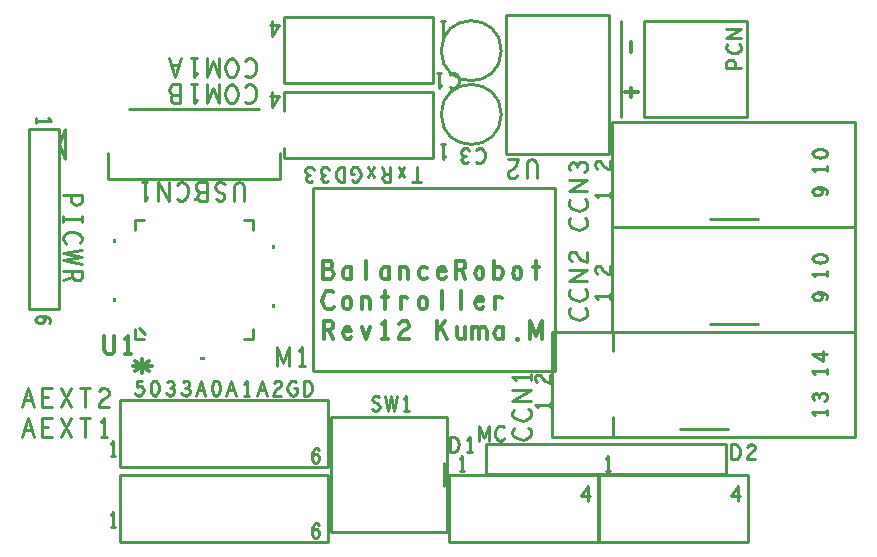
<source format=gto>
G04 ================== begin FILE IDENTIFICATION RECORD ==================*
G04 Layout Name:  C:/HOME/KUMAGAI/DEVELOP/ORCAD/BALANCECONT_R12/allegro/BalanceCont.brd*
G04 Film Name:    GB_BalanceCont.GTO*
G04 File Format:  Gerber RS274X*
G04 File Origin:  Cadence Allegro 16.6-S014*
G04 Origin Date:  Thu Feb 25 10:40:31 2016*
G04 *
G04 Layer:  USER PART NUMBER/SILKSCREEN_TOP*
G04 Layer:  TOLERANCE/SILKSCREEN_TOP*
G04 Layer:  REF DES/SILKSCREEN_TOP*
G04 Layer:  PACKAGE GEOMETRY/SILKSCREEN_TOP*
G04 Layer:  DEVICE TYPE/SILKSCREEN_TOP*
G04 Layer:  COMPONENT VALUE/SILKSCREEN_TOP*
G04 Layer:  BOARD GEOMETRY/SILKSCREEN_TOP*
G04 *
G04 Offset:    (0.0000 0.0000)*
G04 Mirror:    No*
G04 Mode:      Positive*
G04 Rotation:  0*
G04 FullContactRelief:  No*
G04 UndefLineWidth:     0.0000*
G04 ================== end FILE IDENTIFICATION RECORD ====================*
%FSLAX25Y25*MOMM*%
%IR0*IPPOS*OFA0.00000B0.00000*MIA0B0*SFA1.00000B1.00000*%
%ADD10C,.305*%
%ADD11C,.254*%
G75*
%LPD*%
G75*
G36*
G01X-2692910Y-194060D02*
X-2718310D01*
Y-155960D01*
X-2692910D01*
Y-194060D01*
G37*
G36*
G01Y306070D02*
X-2718310D01*
Y344170D01*
X-2692910D01*
Y306070D01*
G37*
G36*
G01X-1976120Y-686310D02*
X-1938020D01*
Y-660910D01*
X-1976120D01*
Y-686310D01*
G37*
G36*
G01X-2026160Y686310D02*
X-1988060D01*
Y660910D01*
X-2026160D01*
Y686310D01*
G37*
G36*
G01X-1371090Y-244090D02*
X-1345690D01*
Y-205990D01*
X-1371090D01*
Y-244090D01*
G37*
G36*
G01Y256030D02*
X-1345690D01*
Y294130D01*
X-1371090D01*
Y256030D01*
G37*
G54D10*
G01X-2407670Y-774020D02*
X-2525010Y-686480D01*
G01X-2546350Y-730250D02*
X-2386330D01*
G01X-2407670Y-686480D02*
X-2525010Y-774020D01*
G01X-2466340Y-789940D02*
Y-670560D01*
G01X-2790780Y-474980D02*
Y-589660D01*
X-2782830Y-613670D01*
X-2766910Y-629670D01*
X-2747010Y-635000D01*
X-2727110Y-629670D01*
X-2711190Y-613670D01*
X-2703240Y-589660D01*
Y-474980D01*
G01X-2586990Y-635000D02*
Y-474980D01*
X-2610870Y-506980D01*
G01Y-635000D02*
X-2563120D01*
G01X-849040Y-107320D02*
X-860980Y-99310D01*
X-874900Y-93980D01*
X-890820D01*
X-908730Y-101980D01*
X-922650Y-115320D01*
X-932600Y-131320D01*
X-940560Y-157990D01*
X-942550Y-181990D01*
X-938570Y-205990D01*
X-932600Y-222000D01*
X-920660Y-238000D01*
X-906740Y-248670D01*
X-892810Y-254000D01*
X-878880D01*
X-864960Y-248670D01*
X-853020Y-240670D01*
X-843070Y-230000D01*
G01X-732790Y-254000D02*
X-744730Y-251330D01*
X-756670Y-240670D01*
X-764630Y-222000D01*
X-768610Y-200660D01*
X-764630Y-179330D01*
X-756670Y-160660D01*
X-744730Y-149990D01*
X-732790Y-147320D01*
X-720850Y-149990D01*
X-708910Y-160660D01*
X-700960Y-179330D01*
X-698960Y-200660D01*
X-700960Y-222000D01*
X-708910Y-240670D01*
X-720850Y-251330D01*
X-732790Y-254000D01*
G01X-606600D02*
Y-147320D01*
G01Y-173990D02*
X-598640Y-160660D01*
X-586700Y-149990D01*
X-570780Y-147320D01*
X-556850Y-149990D01*
X-544920Y-160660D01*
X-538940Y-179330D01*
Y-254000D01*
G01X-412750Y-93980D02*
Y-254000D01*
G01X-440600Y-147320D02*
X-384900D01*
G01X-280580Y-254000D02*
Y-147320D01*
G01Y-168650D02*
X-270640Y-157990D01*
X-260690Y-149990D01*
X-246760Y-147320D01*
X-236810Y-149990D01*
X-224880Y-157990D01*
G01X-92710Y-254000D02*
X-104650Y-251330D01*
X-116590Y-240670D01*
X-124550Y-222000D01*
X-128530Y-200660D01*
X-124550Y-179330D01*
X-116590Y-160660D01*
X-104650Y-149990D01*
X-92710Y-147320D01*
X-80770Y-149990D01*
X-68830Y-160660D01*
X-60880Y-179330D01*
X-58880Y-200660D01*
X-60880Y-222000D01*
X-68830Y-240670D01*
X-80770Y-251330D01*
X-92710Y-254000D01*
G01X67310D02*
Y-93980D01*
G01X227330Y-254000D02*
Y-93980D01*
G01X357510Y-181990D02*
X421180D01*
X415200Y-163320D01*
X405260Y-152660D01*
X391330Y-147320D01*
X377400Y-149990D01*
X365460Y-157990D01*
X357510Y-176660D01*
X353520Y-192660D01*
Y-208660D01*
X357510Y-224660D01*
X367450Y-240670D01*
X379390Y-251330D01*
X393320Y-254000D01*
X407250Y-248670D01*
X421180Y-232670D01*
G01X519520Y-254000D02*
Y-147320D01*
G01Y-168650D02*
X529460Y-157990D01*
X539410Y-149990D01*
X553340Y-147320D01*
X563290Y-149990D01*
X575220Y-157990D01*
G01X-932600Y-508000D02*
Y-347980D01*
X-882860D01*
X-866940Y-355980D01*
X-856990Y-366650D01*
X-853020Y-387990D01*
X-856990Y-409320D01*
X-868930Y-422650D01*
X-882860Y-430660D01*
X-932600D01*
G01X-882860D02*
X-853020Y-508000D01*
G01X-762630Y-435990D02*
X-698960D01*
X-704940Y-417320D01*
X-714880Y-406660D01*
X-728810Y-401320D01*
X-742740Y-403990D01*
X-754680Y-411990D01*
X-762630Y-430660D01*
X-766620Y-446660D01*
Y-462660D01*
X-762630Y-478660D01*
X-752690Y-494670D01*
X-740750Y-505330D01*
X-726820Y-508000D01*
X-712890Y-502670D01*
X-698960Y-486670D01*
G01X-608590Y-401320D02*
X-572770Y-508000D01*
X-536950Y-401320D01*
G01X-412750Y-508000D02*
Y-347980D01*
X-436630Y-379980D01*
G01Y-508000D02*
X-388880D01*
G01X-290530Y-374650D02*
X-278600Y-358650D01*
X-264670Y-350650D01*
X-248750Y-347980D01*
X-228850Y-353310D01*
X-214930Y-366650D01*
X-210950Y-382650D01*
X-212940Y-398660D01*
X-220900Y-411990D01*
X-260690Y-438660D01*
X-278600Y-457330D01*
X-290530Y-484000D01*
X-294510Y-508000D01*
X-210950D01*
G01X23540D02*
Y-347980D01*
G01X99140D02*
X23540Y-446660D01*
G01X111080Y-508000D02*
X57360Y-401320D01*
G01X193500D02*
Y-476000D01*
X201460Y-494670D01*
X213400Y-505330D01*
X227330Y-508000D01*
X241260Y-505330D01*
X253200Y-494670D01*
X261160Y-476000D01*
G01Y-508000D02*
Y-401320D01*
G01X327660Y-508000D02*
Y-401320D01*
G01Y-430660D02*
X333630Y-417320D01*
X343580Y-406660D01*
X357510Y-401320D01*
X371430Y-406660D01*
X381380Y-417320D01*
X387350Y-430660D01*
Y-508000D01*
G01Y-430660D02*
X393320Y-417320D01*
X403270Y-406660D01*
X417190Y-401320D01*
X431120Y-406660D01*
X441070Y-417320D01*
X447040Y-433330D01*
Y-508000D01*
G01X583190D02*
Y-401320D01*
G01Y-419990D02*
X575220Y-409320D01*
X563290Y-403990D01*
X549360Y-401320D01*
X535430Y-406660D01*
X523490Y-417320D01*
X515530Y-433330D01*
X511550Y-454660D01*
X515530Y-476000D01*
X523490Y-492000D01*
X535430Y-502670D01*
X549360Y-508000D01*
X563290Y-505330D01*
X575220Y-497330D01*
X583190Y-486670D01*
G01X707390Y-513330D02*
X703410Y-510670D01*
Y-505330D01*
X707390Y-502670D01*
X711370Y-505330D01*
Y-510670D01*
X707390Y-513330D01*
G01X815680Y-508000D02*
Y-347980D01*
X867410Y-481330D01*
X919140Y-347980D01*
Y-508000D01*
G01X-876890Y85350D02*
X-868930Y93340D01*
X-862970Y106680D01*
X-858980Y125350D01*
X-862970Y141350D01*
X-870920Y152020D01*
X-884850Y160020D01*
X-938570D01*
Y0D01*
X-872910D01*
X-858980Y10670D01*
X-851030Y26670D01*
X-847050Y45340D01*
X-851030Y64000D01*
X-862970Y80010D01*
X-876890Y85350D01*
X-938570D01*
G01X-696970Y0D02*
Y106680D01*
G01Y88010D02*
X-704940Y98680D01*
X-716870Y104010D01*
X-730800Y106680D01*
X-744730Y101340D01*
X-756670Y90680D01*
X-764630Y74670D01*
X-768610Y53340D01*
X-764630Y32000D01*
X-756670Y16000D01*
X-744730Y5330D01*
X-730800Y0D01*
X-716870Y2670D01*
X-704940Y10670D01*
X-696970Y21330D01*
G01X-572770Y0D02*
Y160020D01*
G01X-376930Y0D02*
Y106680D01*
G01Y88010D02*
X-384900Y98680D01*
X-396830Y104010D01*
X-410760Y106680D01*
X-424690Y101340D01*
X-436630Y90680D01*
X-444590Y74670D01*
X-448570Y53340D01*
X-444590Y32000D01*
X-436630Y16000D01*
X-424690Y5330D01*
X-410760Y0D01*
X-396830Y2670D01*
X-384900Y10670D01*
X-376930Y21330D01*
G01X-286560Y0D02*
Y106680D01*
G01Y80010D02*
X-278600Y93340D01*
X-266660Y104010D01*
X-250740Y106680D01*
X-236810Y104010D01*
X-224880Y93340D01*
X-218900Y74670D01*
Y0D01*
G01X-60880Y93340D02*
X-74800Y104010D01*
X-86740Y106680D01*
X-102660Y101340D01*
X-114600Y90680D01*
X-122550Y72010D01*
X-124550Y53340D01*
X-122550Y34670D01*
X-114600Y18670D01*
X-102660Y5330D01*
X-86740Y0D01*
X-72810Y5330D01*
X-60880Y16000D01*
G01X37470Y72010D02*
X101140D01*
X95160Y90680D01*
X85220Y101340D01*
X71290Y106680D01*
X57360Y104010D01*
X45420Y96010D01*
X37470Y77340D01*
X33480Y61340D01*
Y45340D01*
X37470Y29340D01*
X47410Y13330D01*
X59350Y2670D01*
X73280Y0D01*
X87210Y5330D01*
X101140Y21330D01*
G01X187540Y0D02*
Y160020D01*
X237280D01*
X253200Y152020D01*
X263150Y141350D01*
X267120Y120010D01*
X263150Y98680D01*
X251210Y85350D01*
X237280Y77340D01*
X187540D01*
G01X237280D02*
X267120Y0D01*
G01X387350D02*
X375410Y2670D01*
X363470Y13330D01*
X355510Y32000D01*
X351530Y53340D01*
X355510Y74670D01*
X363470Y93340D01*
X375410Y104010D01*
X387350Y106680D01*
X399290Y104010D01*
X411230Y93340D01*
X419180Y74670D01*
X421180Y53340D01*
X419180Y32000D01*
X411230Y13330D01*
X399290Y2670D01*
X387350Y0D01*
G01X511550D02*
Y160020D01*
G01Y80010D02*
X521500Y96010D01*
X533440Y104010D01*
X545380Y106680D01*
X563290Y101340D01*
X575220Y90680D01*
X583190Y72010D01*
Y50670D01*
X579200Y29340D01*
X571250Y13330D01*
X557320Y2670D01*
X545380Y0D01*
X533440Y2670D01*
X521500Y10670D01*
X511550Y24000D01*
G01X707390Y0D02*
X695450Y2670D01*
X683510Y13330D01*
X675550Y32000D01*
X671570Y53340D01*
X675550Y74670D01*
X683510Y93340D01*
X695450Y104010D01*
X707390Y106680D01*
X719330Y104010D01*
X731270Y93340D01*
X739220Y74670D01*
X741220Y53340D01*
X739220Y32000D01*
X731270Y13330D01*
X719330Y2670D01*
X707390Y0D01*
G01X867410Y160020D02*
Y0D01*
G01X839560Y106680D02*
X895260D01*
G01X1672160Y1622430D02*
Y1546230D01*
G01X1727200Y1587500D02*
X1617130D01*
G01X1672160Y2009770D02*
Y1927230D01*
G54D11*
G01X-3482550Y-1079500D02*
X-3432810Y-919480D01*
X-3383070Y-1079500D01*
G01X-3400980Y-1023500D02*
X-3464650D01*
G01X-3233000Y-1079500D02*
X-3312580D01*
Y-919480D01*
X-3233000D01*
G01X-3264830Y-996820D02*
X-3312580D01*
G01X-3154550Y-1079500D02*
X-3070990Y-919480D01*
G01X-3154550D02*
X-3070990Y-1079500D01*
G01X-2952750Y-919480D02*
Y-1079500D01*
G01X-2998510Y-919480D02*
X-2906990D01*
G01X-2830530Y-946150D02*
X-2818600Y-930150D01*
X-2804670Y-922150D01*
X-2788750Y-919480D01*
X-2768850Y-924810D01*
X-2754930Y-938150D01*
X-2750950Y-954150D01*
X-2752940Y-970160D01*
X-2760900Y-983490D01*
X-2800690Y-1010160D01*
X-2818600Y-1028830D01*
X-2830530Y-1055500D01*
X-2834510Y-1079500D01*
X-2750950D01*
G01X-3482550Y-1333500D02*
X-3432810Y-1173480D01*
X-3383070Y-1333500D01*
G01X-3400980Y-1277500D02*
X-3464650D01*
G01X-3233000Y-1333500D02*
X-3312580D01*
Y-1173480D01*
X-3233000D01*
G01X-3264830Y-1250820D02*
X-3312580D01*
G01X-3154550Y-1333500D02*
X-3070990Y-1173480D01*
G01X-3154550D02*
X-3070990Y-1333500D01*
G01X-2952750Y-1173480D02*
Y-1333500D01*
G01X-2998510Y-1173480D02*
X-2906990D01*
G01X-2792730Y-1333500D02*
Y-1173480D01*
X-2816610Y-1205480D01*
G01Y-1333500D02*
X-2768860D01*
G01X-3320210Y-309690D02*
X-3305390Y-320960D01*
X-3296920Y-330610D01*
X-3292690Y-343480D01*
X-3296920Y-354740D01*
X-3305390Y-362780D01*
X-3318090Y-369220D01*
X-3332900Y-370830D01*
X-3345610Y-369220D01*
X-3358310Y-362780D01*
X-3368890Y-353130D01*
X-3373120Y-341870D01*
X-3368890Y-329000D01*
X-3356190Y-317740D01*
X-3337140Y-311300D01*
X-3315970Y-309690D01*
X-3288460Y-312910D01*
X-3273630Y-317740D01*
X-3258820Y-325780D01*
X-3248240Y-337040D01*
X-3246120Y-348300D01*
X-3250350Y-359560D01*
X-3260940Y-367610D01*
G01X-3429000Y1270000D02*
Y-254000D01*
X-3175000D01*
Y1270000D01*
X-3429000D01*
G01X-3139440Y713100D02*
X-2979420D01*
Y665350D01*
X-2987420Y649430D01*
X-3006090Y637490D01*
X-3027430Y633520D01*
X-3048760Y637490D01*
X-3064770Y647440D01*
X-3072770Y665350D01*
Y713100D01*
G01X-2979420Y537170D02*
Y489420D01*
G01Y513290D02*
X-3139440D01*
G01Y537170D02*
Y489420D01*
G01X-2992760Y309500D02*
X-2984750Y321440D01*
X-2979420Y335360D01*
Y351280D01*
X-2987420Y369190D01*
X-3000760Y383110D01*
X-3016760Y393060D01*
X-3043430Y401020D01*
X-3067430Y403010D01*
X-3091430Y399030D01*
X-3107440Y393060D01*
X-3123440Y381120D01*
X-3134110Y367200D01*
X-3139440Y353270D01*
Y339340D01*
X-3134110Y325420D01*
X-3126110Y313480D01*
X-3115440Y303530D01*
G01X-2979420Y252940D02*
X-3139440Y225090D01*
X-2979420Y193250D01*
X-3139440Y161420D01*
X-2979420Y133560D01*
G01X-3139440Y73020D02*
X-2979420D01*
Y23280D01*
X-2987420Y7360D01*
X-2998090Y-2590D01*
X-3019430Y-6560D01*
X-3040760Y-2590D01*
X-3054090Y9350D01*
X-3062100Y23280D01*
Y73020D01*
G01Y23280D02*
X-3139440Y-6560D01*
G01X-3368040Y1344740D02*
X-3241040D01*
X-3266440Y1364040D01*
G01X-3368040D02*
Y1325440D01*
G01X-3122000Y1016000D02*
X-3175000Y1143000D01*
X-3122000Y1270000D01*
Y1016000D01*
G01X-2713990Y-2095500D02*
Y-1968500D01*
X-2733290Y-1993900D01*
G01Y-2095500D02*
X-2694690D01*
G01X-2658000Y-2225000D02*
X-898000D01*
Y-1660000D01*
X-2658000D01*
Y-2225000D01*
G01X-2527130Y-965200D02*
X-2517480Y-975790D01*
X-2506220Y-982130D01*
X-2491740Y-984250D01*
X-2477260Y-980020D01*
X-2466000Y-971550D01*
X-2457960Y-956740D01*
X-2456350Y-939800D01*
X-2459570Y-922870D01*
X-2467610Y-912280D01*
X-2478870Y-903820D01*
X-2490130Y-901700D01*
X-2501390Y-903820D01*
X-2515870Y-912280D01*
X-2511040Y-857250D01*
X-2467610D01*
G01X-2362200D02*
X-2375070Y-861480D01*
X-2384720Y-872070D01*
X-2391160Y-884760D01*
X-2395980Y-901700D01*
X-2397590Y-920750D01*
X-2395980Y-939800D01*
X-2391160Y-956740D01*
X-2384720Y-969440D01*
X-2375070Y-980020D01*
X-2362200Y-984250D01*
X-2349330Y-980020D01*
X-2339680Y-969440D01*
X-2333240Y-956740D01*
X-2328420Y-939800D01*
X-2326810Y-920750D01*
X-2328420Y-901700D01*
X-2333240Y-884760D01*
X-2339680Y-872070D01*
X-2349330Y-861480D01*
X-2362200Y-857250D01*
G01X-2268050Y-958850D02*
X-2258400Y-973670D01*
X-2245530Y-982130D01*
X-2231050Y-984250D01*
X-2218180Y-982130D01*
X-2205310Y-971550D01*
X-2197270Y-958850D01*
X-2195660Y-946150D01*
X-2198880Y-931340D01*
X-2210140Y-920750D01*
X-2221400Y-916520D01*
X-2235880D01*
G01X-2221400D02*
X-2211750Y-910170D01*
X-2203700Y-899590D01*
X-2200490Y-886880D01*
X-2203700Y-874180D01*
X-2211750Y-863600D01*
X-2226230Y-857250D01*
X-2240700Y-859370D01*
X-2255180Y-867830D01*
G01X-2138510Y-958850D02*
X-2128860Y-973670D01*
X-2115990Y-982130D01*
X-2101510Y-984250D01*
X-2088640Y-982130D01*
X-2075770Y-971550D01*
X-2067730Y-958850D01*
X-2066120Y-946150D01*
X-2069340Y-931340D01*
X-2080600Y-920750D01*
X-2091860Y-916520D01*
X-2106340D01*
G01X-2091860D02*
X-2082210Y-910170D01*
X-2074160Y-899590D01*
X-2070950Y-886880D01*
X-2074160Y-874180D01*
X-2082210Y-863600D01*
X-2096690Y-857250D01*
X-2111160Y-859370D01*
X-2125640Y-867830D01*
G01X-2013800Y-984250D02*
X-1973580Y-857250D01*
X-1933360Y-984250D01*
G01X-1947840Y-939800D02*
X-1999320D01*
G01X-1844040Y-857250D02*
X-1856910Y-861480D01*
X-1866560Y-872070D01*
X-1873000Y-884760D01*
X-1877820Y-901700D01*
X-1879430Y-920750D01*
X-1877820Y-939800D01*
X-1873000Y-956740D01*
X-1866560Y-969440D01*
X-1856910Y-980020D01*
X-1844040Y-984250D01*
X-1831170Y-980020D01*
X-1821520Y-969440D01*
X-1815080Y-956740D01*
X-1810260Y-939800D01*
X-1808650Y-920750D01*
X-1810260Y-901700D01*
X-1815080Y-884760D01*
X-1821520Y-872070D01*
X-1831170Y-861480D01*
X-1844040Y-857250D01*
G01X-1754720Y-984250D02*
X-1714500Y-857250D01*
X-1674280Y-984250D01*
G01X-1688760Y-939800D02*
X-1740240D01*
G01X-1584960Y-984250D02*
Y-857250D01*
X-1604260Y-882650D01*
G01Y-984250D02*
X-1565660D01*
G01X-1495640D02*
X-1455420Y-857250D01*
X-1415200Y-984250D01*
G01X-1429680Y-939800D02*
X-1481160D01*
G01X-1356450Y-878420D02*
X-1346790Y-865720D01*
X-1335530Y-859370D01*
X-1322660Y-857250D01*
X-1306580Y-861480D01*
X-1295310Y-872070D01*
X-1292100Y-884760D01*
X-1293710Y-897470D01*
X-1300140Y-908050D01*
X-1332310Y-929220D01*
X-1346790Y-944030D01*
X-1356450Y-965200D01*
X-1359660Y-984250D01*
X-1292100D01*
G01X-1186690Y-920750D02*
X-1154510D01*
Y-958850D01*
X-1164170Y-971550D01*
X-1175430Y-980020D01*
X-1191510Y-984250D01*
X-1207600Y-980020D01*
X-1218860Y-971550D01*
X-1228510Y-958850D01*
X-1234950Y-944030D01*
X-1238170Y-927100D01*
Y-912280D01*
X-1234950Y-899590D01*
X-1228510Y-884760D01*
X-1218860Y-872070D01*
X-1209210Y-863600D01*
X-1196340Y-857250D01*
X-1185080D01*
X-1172210Y-861480D01*
X-1162560Y-869950D01*
G01X-1102190Y-984250D02*
Y-857250D01*
X-1070020D01*
X-1057150Y-863600D01*
X-1047500Y-872070D01*
X-1039450Y-884760D01*
X-1033020Y-899590D01*
X-1031410Y-920750D01*
X-1033020Y-941920D01*
X-1039450Y-956740D01*
X-1047500Y-969440D01*
X-1057150Y-977900D01*
X-1070020Y-984250D01*
X-1102190D01*
G01X-2713990Y-1492250D02*
Y-1365250D01*
X-2733290Y-1390650D01*
G01Y-1492250D02*
X-2694690D01*
G01X-2658000Y-1590000D02*
X-898000D01*
Y-1025000D01*
X-2658000D01*
Y-1590000D01*
G01X-2441450Y-463550D02*
X-2495550Y-409450D01*
G01X-2532130Y-421890D02*
Y-500130D01*
X-2453890D01*
G01X-1603420Y665480D02*
Y780160D01*
X-1611370Y804170D01*
X-1627290Y820170D01*
X-1647190Y825500D01*
X-1667090Y820170D01*
X-1683010Y804170D01*
X-1690960Y780160D01*
Y665480D01*
G01X-1765430Y804170D02*
X-1781340Y817500D01*
X-1799250Y825500D01*
X-1815170D01*
X-1831090Y817500D01*
X-1843030Y804170D01*
X-1848990Y785490D01*
X-1845010Y766830D01*
X-1835060Y750830D01*
X-1817160Y740150D01*
X-1793280Y734820D01*
X-1779360Y724160D01*
X-1773380Y705490D01*
X-1777370Y686820D01*
X-1787310Y673480D01*
X-1801240Y665480D01*
X-1815170D01*
X-1829100Y670810D01*
X-1841040Y684150D01*
G01X-1983150Y740150D02*
X-1991110Y732160D01*
X-1997070Y718820D01*
X-2001060Y700150D01*
X-1997070Y684150D01*
X-1989120Y673480D01*
X-1975190Y665480D01*
X-1921470D01*
Y825500D01*
X-1987130D01*
X-2001060Y814830D01*
X-2009010Y798830D01*
X-2012990Y780160D01*
X-2009010Y761500D01*
X-1997070Y745490D01*
X-1983150Y740150D01*
X-1921470D01*
G01X-2171020Y678820D02*
X-2159080Y670810D01*
X-2145160Y665480D01*
X-2129240D01*
X-2111330Y673480D01*
X-2097410Y686820D01*
X-2087460Y702820D01*
X-2079500Y729490D01*
X-2077510Y753490D01*
X-2081490Y777490D01*
X-2087460Y793500D01*
X-2099400Y809500D01*
X-2113320Y820170D01*
X-2127250Y825500D01*
X-2141180D01*
X-2155100Y820170D01*
X-2167040Y812170D01*
X-2176990Y801500D01*
G01X-2241510Y825500D02*
Y665480D01*
X-2333030Y825500D01*
Y665480D01*
G01X-2447290Y825500D02*
Y665480D01*
X-2423410Y697480D01*
G01Y825500D02*
X-2471160D01*
G01X-2453890Y500130D02*
X-2532130D01*
Y421890D01*
G01X-1302000Y1070000D02*
Y850000D01*
X-2762000D01*
Y1070000D01*
G01X-1482000Y1440000D02*
X-2582000D01*
G01X-1610110Y-500130D02*
X-1531870D01*
Y-421890D01*
G01Y421890D02*
Y500130D01*
X-1610110D01*
G01X-1595710Y1726570D02*
X-1583770Y1718560D01*
X-1569850Y1713230D01*
X-1553930D01*
X-1536020Y1721230D01*
X-1522100Y1734570D01*
X-1512150Y1750570D01*
X-1504190Y1777240D01*
X-1502200Y1801240D01*
X-1506180Y1825240D01*
X-1512150Y1841250D01*
X-1524090Y1857250D01*
X-1538010Y1867920D01*
X-1551940Y1873250D01*
X-1565870D01*
X-1579790Y1867920D01*
X-1591730Y1859920D01*
X-1601680Y1849250D01*
G01X-1711960Y1873250D02*
X-1696040Y1870580D01*
X-1682120Y1859920D01*
X-1670180Y1843910D01*
X-1662220Y1825240D01*
X-1658240Y1803910D01*
Y1782570D01*
X-1662220Y1761240D01*
X-1670180Y1742570D01*
X-1682120Y1726570D01*
X-1696040Y1715900D01*
X-1711960Y1713230D01*
X-1727880Y1715900D01*
X-1741800Y1726570D01*
X-1753740Y1742570D01*
X-1761700Y1761240D01*
X-1765680Y1782570D01*
Y1803910D01*
X-1761700Y1825240D01*
X-1753740Y1843910D01*
X-1741800Y1859920D01*
X-1727880Y1870580D01*
X-1711960Y1873250D01*
G01X-1820250D02*
Y1713230D01*
X-1871980Y1846580D01*
X-1923710Y1713230D01*
Y1873250D01*
G01X-2032000D02*
Y1713230D01*
X-2008120Y1745230D01*
G01Y1873250D02*
X-2055870D01*
G01X-2142280D02*
X-2192020Y1713230D01*
X-2241760Y1873250D01*
G01X-2223850Y1817250D02*
X-2160180D01*
G01X-1595710Y1504320D02*
X-1583770Y1496310D01*
X-1569850Y1490980D01*
X-1553930D01*
X-1536020Y1498980D01*
X-1522100Y1512320D01*
X-1512150Y1528320D01*
X-1504190Y1554990D01*
X-1502200Y1578990D01*
X-1506180Y1602990D01*
X-1512150Y1619000D01*
X-1524090Y1635000D01*
X-1538010Y1645670D01*
X-1551940Y1651000D01*
X-1565870D01*
X-1579790Y1645670D01*
X-1591730Y1637670D01*
X-1601680Y1627000D01*
G01X-1711960Y1651000D02*
X-1696040Y1648330D01*
X-1682120Y1637670D01*
X-1670180Y1621660D01*
X-1662220Y1602990D01*
X-1658240Y1581660D01*
Y1560320D01*
X-1662220Y1538990D01*
X-1670180Y1520320D01*
X-1682120Y1504320D01*
X-1696040Y1493650D01*
X-1711960Y1490980D01*
X-1727880Y1493650D01*
X-1741800Y1504320D01*
X-1753740Y1520320D01*
X-1761700Y1538990D01*
X-1765680Y1560320D01*
Y1581660D01*
X-1761700Y1602990D01*
X-1753740Y1621660D01*
X-1741800Y1637670D01*
X-1727880Y1648330D01*
X-1711960Y1651000D01*
G01X-1820250D02*
Y1490980D01*
X-1871980Y1624330D01*
X-1923710Y1490980D01*
Y1651000D01*
G01X-2032000D02*
Y1490980D01*
X-2008120Y1522980D01*
G01Y1651000D02*
X-2055870D01*
G01X-2207940Y1565650D02*
X-2215900Y1557660D01*
X-2221860Y1544320D01*
X-2225850Y1525650D01*
X-2221860Y1509650D01*
X-2213910Y1498980D01*
X-2199980Y1490980D01*
X-2146260D01*
Y1651000D01*
X-2211920D01*
X-2225850Y1640330D01*
X-2233800Y1624330D01*
X-2237780Y1605660D01*
X-2233800Y1587000D01*
X-2221860Y1570990D01*
X-2207940Y1565650D01*
X-2146260D01*
G01X-1030060Y-2137840D02*
X-1018790Y-2123020D01*
X-1009140Y-2114550D01*
X-996270Y-2110320D01*
X-985010Y-2114550D01*
X-976970Y-2123020D01*
X-970530Y-2135720D01*
X-968920Y-2150530D01*
X-970530Y-2163240D01*
X-976970Y-2175940D01*
X-986620Y-2186520D01*
X-997880Y-2190750D01*
X-1010750Y-2186520D01*
X-1022010Y-2173820D01*
X-1028450Y-2154770D01*
X-1030060Y-2133600D01*
X-1026840Y-2106090D01*
X-1022010Y-2091260D01*
X-1013970Y-2076450D01*
X-1002710Y-2065870D01*
X-991450Y-2063750D01*
X-980190Y-2067980D01*
X-972140Y-2078570D01*
G01X-871000Y-2141000D02*
X109000D01*
Y-1161000D01*
X-871000D01*
Y-2141000D01*
G01X-1030060Y-1502840D02*
X-1018790Y-1488020D01*
X-1009140Y-1479550D01*
X-996270Y-1475320D01*
X-985010Y-1479550D01*
X-976970Y-1488020D01*
X-970530Y-1500720D01*
X-968920Y-1515530D01*
X-970530Y-1528240D01*
X-976970Y-1540940D01*
X-986620Y-1551520D01*
X-997880Y-1555750D01*
X-1010750Y-1551520D01*
X-1022010Y-1538820D01*
X-1028450Y-1519770D01*
X-1030060Y-1498600D01*
X-1026840Y-1471090D01*
X-1022010Y-1456260D01*
X-1013970Y-1441450D01*
X-1002710Y-1430870D01*
X-991450Y-1428750D01*
X-980190Y-1432980D01*
X-972140Y-1443570D01*
G01X-1325540Y-730250D02*
Y-570230D01*
X-1273810Y-703580D01*
X-1222080Y-570230D01*
Y-730250D01*
G01X-1113790D02*
Y-570230D01*
X-1137670Y-602230D01*
G01Y-730250D02*
X-1089920D01*
G01X-1026160Y-772160D02*
X1026160D01*
Y772160D01*
X-1026160D01*
Y-772160D01*
G01X-143510Y825500D02*
Y952500D01*
G01X-106510Y825500D02*
X-180510D01*
G01X-248920Y867840D02*
X-297180Y952500D01*
G01Y867840D02*
X-248920Y952500D01*
G01X-370420D02*
Y825500D01*
X-410630D01*
X-423500Y831850D01*
X-431550Y840320D01*
X-434760Y857250D01*
X-431550Y874180D01*
X-421890Y884770D01*
X-410630Y891120D01*
X-370420D01*
G01X-410630D02*
X-434760Y952500D01*
G01X-508000Y867840D02*
X-556260Y952500D01*
G01Y867840D02*
X-508000Y952500D01*
G01X-671320Y889000D02*
X-703500D01*
Y927100D01*
X-693840Y939800D01*
X-682580Y948270D01*
X-666500Y952500D01*
X-650410Y948270D01*
X-639150Y939800D01*
X-629500Y927100D01*
X-623060Y912280D01*
X-619840Y895350D01*
Y880530D01*
X-623060Y867840D01*
X-629500Y853010D01*
X-639150Y840320D01*
X-648800Y831850D01*
X-661670Y825500D01*
X-672930D01*
X-685800Y829730D01*
X-695450Y838200D01*
G01X-755820Y952500D02*
Y825500D01*
X-787990D01*
X-800860Y831850D01*
X-810510Y840320D01*
X-818560Y853010D01*
X-824990Y867840D01*
X-826600Y889000D01*
X-824990Y910170D01*
X-818560Y924990D01*
X-810510Y937690D01*
X-800860Y946150D01*
X-787990Y952500D01*
X-755820D01*
G01X-885360Y927100D02*
X-895010Y941920D01*
X-907880Y950380D01*
X-922360Y952500D01*
X-935230Y950380D01*
X-948100Y939800D01*
X-956140Y927100D01*
X-957750Y914400D01*
X-954530Y899590D01*
X-943270Y889000D01*
X-932010Y884770D01*
X-917530D01*
G01X-932010D02*
X-941660Y878420D01*
X-949710Y867840D01*
X-952920Y855130D01*
X-949710Y842430D01*
X-941660Y831850D01*
X-927180Y825500D01*
X-912710Y827620D01*
X-898230Y836080D01*
G01X-1014900Y927100D02*
X-1024550Y941920D01*
X-1037420Y950380D01*
X-1051900Y952500D01*
X-1064770Y950380D01*
X-1077640Y939800D01*
X-1085680Y927100D01*
X-1087290Y914400D01*
X-1084070Y899590D01*
X-1072810Y889000D01*
X-1061550Y884770D01*
X-1047070D01*
G01X-1061550D02*
X-1071200Y878420D01*
X-1079250Y867840D01*
X-1082460Y855130D01*
X-1079250Y842430D01*
X-1071200Y831850D01*
X-1056720Y825500D01*
X-1042250Y827620D01*
X-1027770Y836080D01*
G01X-5000Y1590000D02*
X-1265000D01*
Y1428750D01*
G01Y1111250D02*
Y1025000D01*
X-5000D01*
Y1590000D01*
G01X-1369310Y2190750D02*
Y2063750D01*
X-1309790Y2154770D01*
X-1390230D01*
G01X-5000Y2225000D02*
X-1265000D01*
Y1660000D01*
X-5000D01*
Y2225000D01*
G01X-1369310Y1587500D02*
Y1460500D01*
X-1309790Y1551520D01*
X-1390230D01*
G01X-525270Y-1094320D02*
X-512400Y-1104900D01*
X-497920Y-1111250D01*
X-485060D01*
X-472190Y-1104900D01*
X-462530Y-1094320D01*
X-457710Y-1079500D01*
X-460920Y-1064690D01*
X-468970Y-1051980D01*
X-483450Y-1043520D01*
X-502750Y-1039280D01*
X-514010Y-1030820D01*
X-518840Y-1016000D01*
X-515620Y-1001180D01*
X-507580Y-990600D01*
X-496320Y-984250D01*
X-485060D01*
X-473790Y-988480D01*
X-464140Y-999070D01*
G01X-410210Y-984250D02*
X-387690Y-1111250D01*
X-361950Y-984250D01*
X-336210Y-1111250D01*
X-313690Y-984250D01*
G01X-232410Y-1111250D02*
Y-984250D01*
X-251710Y-1009650D01*
G01Y-1111250D02*
X-213110D01*
G01X238760Y-1619250D02*
Y-1492250D01*
X219460Y-1517650D01*
G01Y-1619250D02*
X258060D01*
G01X132000Y-2225000D02*
X1392000D01*
Y-1660000D01*
X132000D01*
Y-2225000D01*
G01X89000Y-1751000D02*
Y-1551000D01*
G01X444500Y-1651000D02*
X2476500D01*
Y-1397000D01*
X444500D01*
Y-1651000D01*
G01X678820Y-1261790D02*
X670810Y-1273730D01*
X665480Y-1287650D01*
Y-1303570D01*
X673480Y-1321480D01*
X686820Y-1335400D01*
X702820Y-1345350D01*
X729490Y-1353310D01*
X753490Y-1355300D01*
X777490Y-1351320D01*
X793500Y-1345350D01*
X809500Y-1333410D01*
X820170Y-1319490D01*
X825500Y-1305560D01*
Y-1291630D01*
X820170Y-1277710D01*
X812170Y-1265770D01*
X801500Y-1255820D01*
G01X678820Y-1101770D02*
X670810Y-1113710D01*
X665480Y-1127630D01*
Y-1143550D01*
X673480Y-1161460D01*
X686820Y-1175380D01*
X702820Y-1185330D01*
X729490Y-1193290D01*
X753490Y-1195280D01*
X777490Y-1191300D01*
X793500Y-1185330D01*
X809500Y-1173390D01*
X820170Y-1159470D01*
X825500Y-1145540D01*
Y-1131610D01*
X820170Y-1117690D01*
X812170Y-1105750D01*
X801500Y-1095800D01*
G01X825500Y-1031280D02*
X665480D01*
X825500Y-939760D01*
X665480D01*
G01X825500Y-825500D02*
X665480D01*
X697480Y-849380D01*
G01X825500D02*
Y-801630D01*
G01X139870Y-1460500D02*
Y-1333500D01*
X172040D01*
X184910Y-1339850D01*
X194560Y-1348320D01*
X202610Y-1361010D01*
X209040Y-1375840D01*
X210650Y-1397000D01*
X209040Y-1418170D01*
X202610Y-1432990D01*
X194560Y-1445690D01*
X184910Y-1454150D01*
X172040Y-1460500D01*
X139870D01*
G01X304800D02*
Y-1333500D01*
X285500Y-1358900D01*
G01Y-1460500D02*
X324100D01*
G01X387430Y-1365250D02*
Y-1238250D01*
X429260Y-1344080D01*
X471090Y-1238250D01*
Y-1365250D01*
G01X594190Y-1248830D02*
X584540Y-1242480D01*
X573280Y-1238250D01*
X560410D01*
X545930Y-1244600D01*
X534670Y-1255180D01*
X526630Y-1267880D01*
X520190Y-1289050D01*
X518580Y-1308100D01*
X521800Y-1327150D01*
X526630Y-1339850D01*
X536280Y-1352550D01*
X547540Y-1361020D01*
X558800Y-1365250D01*
X570060D01*
X581320Y-1361020D01*
X590970Y-1354670D01*
X599020Y-1346200D01*
G01X873080Y855980D02*
Y970660D01*
X865130Y994670D01*
X849210Y1010670D01*
X829310Y1016000D01*
X809410Y1010670D01*
X793490Y994670D01*
X785540Y970660D01*
Y855980D01*
G01X707090Y882650D02*
X695160Y866650D01*
X681230Y858650D01*
X665310Y855980D01*
X645410Y861310D01*
X631490Y874650D01*
X627510Y890650D01*
X629500Y906660D01*
X637460Y919990D01*
X677250Y946660D01*
X695160Y965330D01*
X707090Y992000D01*
X711070Y1016000D01*
X627510D01*
G01X615500Y2241000D02*
Y1061000D01*
X1485500D01*
Y2241000D01*
X615500D01*
G01X360850Y994830D02*
X370500Y988480D01*
X381760Y984250D01*
X394630D01*
X409110Y990600D01*
X420370Y1001180D01*
X428410Y1013880D01*
X434850Y1035050D01*
X436460Y1054100D01*
X433240Y1073150D01*
X428410Y1085850D01*
X418760Y1098550D01*
X407500Y1107020D01*
X396240Y1111250D01*
X384980D01*
X373720Y1107020D01*
X364070Y1100670D01*
X356020Y1092200D01*
G01X302090Y1085850D02*
X292440Y1100670D01*
X279570Y1109130D01*
X265090Y1111250D01*
X252220Y1109130D01*
X239350Y1098550D01*
X231310Y1085850D01*
X229700Y1073150D01*
X232920Y1058340D01*
X244180Y1047750D01*
X255440Y1043520D01*
X269920D01*
G01X255440D02*
X245790Y1037170D01*
X237740Y1026590D01*
X234530Y1013880D01*
X237740Y1001180D01*
X245790Y990600D01*
X260270Y984250D01*
X274740Y986370D01*
X289220Y994830D01*
G01X571500Y1397000D02*
G03I-254000J0D01*
G01X78740Y1143000D02*
Y1016000D01*
X98040Y1041400D01*
G01Y1143000D02*
X59440D01*
G01X138600Y1629830D02*
X148250Y1623480D01*
X159510Y1619250D01*
X172380D01*
X186860Y1625600D01*
X198120Y1636180D01*
X206160Y1648880D01*
X212600Y1670050D01*
X214210Y1689100D01*
X210990Y1708150D01*
X206160Y1720850D01*
X196510Y1733550D01*
X185250Y1742020D01*
X173990Y1746250D01*
X162730D01*
X151470Y1742020D01*
X141820Y1735670D01*
X133770Y1727200D01*
G01X44450Y1746250D02*
Y1619250D01*
X63750Y1644650D01*
G01Y1746250D02*
X25150D01*
G01X571500Y1936750D02*
G03I-254000J0D01*
G01X78740Y2190750D02*
Y2063750D01*
X98040Y2089150D01*
G01Y2190750D02*
X59440D01*
G01X1477010Y-1619250D02*
Y-1492250D01*
X1457710Y-1517650D01*
G01Y-1619250D02*
X1496310D01*
G01X1402000Y-2225000D02*
X2662000D01*
Y-1660000D01*
X1402000D01*
Y-2225000D01*
G01X1305810Y-1873250D02*
Y-1746250D01*
X1246290Y-1837270D01*
X1326730D01*
G01X878420Y-871310D02*
X865720Y-861650D01*
X859370Y-850390D01*
X857250Y-837520D01*
X861480Y-821440D01*
X872070Y-810170D01*
X884760Y-806960D01*
X897470Y-808570D01*
X908050Y-815000D01*
X929220Y-847170D01*
X944030Y-861650D01*
X965200Y-871310D01*
X984250Y-874520D01*
Y-806960D01*
G01Y-1062990D02*
X857250D01*
X882650Y-1082290D01*
G01X984250D02*
Y-1043690D01*
G01X1003300Y-1333500D02*
X3568700D01*
Y-444500D01*
X1003300D01*
Y-1333500D01*
G01X1492250Y-142240D02*
X1365250D01*
X1390650Y-161540D01*
G01X1492250D02*
Y-122940D01*
G01X1155070Y-245790D02*
X1147060Y-257730D01*
X1141730Y-271650D01*
Y-287570D01*
X1149730Y-305480D01*
X1163070Y-319400D01*
X1179070Y-329350D01*
X1205740Y-337310D01*
X1229740Y-339300D01*
X1253740Y-335320D01*
X1269750Y-329350D01*
X1285750Y-317410D01*
X1296420Y-303490D01*
X1301750Y-289560D01*
Y-275630D01*
X1296420Y-261710D01*
X1288420Y-249770D01*
X1277750Y-239820D01*
G01X1155070Y-85770D02*
X1147060Y-97710D01*
X1141730Y-111630D01*
Y-127550D01*
X1149730Y-145460D01*
X1163070Y-159380D01*
X1179070Y-169330D01*
X1205740Y-177290D01*
X1229740Y-179280D01*
X1253740Y-175300D01*
X1269750Y-169330D01*
X1285750Y-157390D01*
X1296420Y-143470D01*
X1301750Y-129540D01*
Y-115610D01*
X1296420Y-101690D01*
X1288420Y-89750D01*
X1277750Y-79800D01*
G01X1301750Y-15280D02*
X1141730D01*
X1301750Y76240D01*
X1141730D01*
G01X1168400Y152700D02*
X1152400Y164630D01*
X1144400Y178560D01*
X1141730Y194480D01*
X1147060Y214380D01*
X1160400Y228300D01*
X1176400Y232280D01*
X1192410Y230290D01*
X1205740Y222330D01*
X1232410Y182540D01*
X1251080Y164630D01*
X1277750Y152700D01*
X1301750Y148720D01*
Y232280D01*
G01X1386420Y49440D02*
X1373720Y59100D01*
X1367370Y70360D01*
X1365250Y83230D01*
X1369480Y99310D01*
X1380070Y110580D01*
X1392760Y113790D01*
X1405470Y112180D01*
X1416050Y105750D01*
X1437220Y73580D01*
X1452030Y59100D01*
X1473200Y49440D01*
X1492250Y46230D01*
Y113790D01*
G01Y715010D02*
X1365250D01*
X1390650Y695710D01*
G01X1492250D02*
Y734310D01*
G01X1155070Y516210D02*
X1147060Y504270D01*
X1141730Y490350D01*
Y474430D01*
X1149730Y456520D01*
X1163070Y442600D01*
X1179070Y432650D01*
X1205740Y424690D01*
X1229740Y422700D01*
X1253740Y426680D01*
X1269750Y432650D01*
X1285750Y444590D01*
X1296420Y458510D01*
X1301750Y472440D01*
Y486370D01*
X1296420Y500290D01*
X1288420Y512230D01*
X1277750Y522180D01*
G01X1155070Y676230D02*
X1147060Y664290D01*
X1141730Y650370D01*
Y634450D01*
X1149730Y616540D01*
X1163070Y602620D01*
X1179070Y592670D01*
X1205740Y584710D01*
X1229740Y582720D01*
X1253740Y586700D01*
X1269750Y592670D01*
X1285750Y604610D01*
X1296420Y618530D01*
X1301750Y632460D01*
Y646390D01*
X1296420Y660310D01*
X1288420Y672250D01*
X1277750Y682200D01*
G01X1301750Y746720D02*
X1141730D01*
X1301750Y838240D01*
X1141730D01*
G01X1269750Y908730D02*
X1288420Y920660D01*
X1299080Y936580D01*
X1301750Y954490D01*
X1299080Y970410D01*
X1285750Y986330D01*
X1269750Y996270D01*
X1253740Y998260D01*
X1235080Y994280D01*
X1221740Y980350D01*
X1216400Y966430D01*
Y948520D01*
G01Y966430D02*
X1208410Y978370D01*
X1195070Y988320D01*
X1179070Y992290D01*
X1163070Y988320D01*
X1149730Y978370D01*
X1141730Y960460D01*
X1144400Y942550D01*
X1155070Y924650D01*
G01X1386420Y938440D02*
X1373720Y948100D01*
X1367370Y959360D01*
X1365250Y972230D01*
X1369480Y988310D01*
X1380070Y999580D01*
X1392760Y1002790D01*
X1405470Y1001180D01*
X1416050Y994750D01*
X1437220Y962580D01*
X1452030Y948100D01*
X1473200Y938440D01*
X1492250Y935230D01*
Y1002790D01*
G01X1513840Y-1336040D02*
Y-1168400D01*
G01X2082800Y-1270000D02*
X2489200D01*
G01X1513840Y-447040D02*
Y-609600D01*
G01X1511300Y-444500D02*
X3568700D01*
Y444500D01*
X1511300D01*
Y-444500D01*
G01Y444500D02*
X3568700D01*
Y1333500D01*
X1511300D01*
Y444500D01*
G01X1587500Y1371600D02*
Y2184400D01*
G01X2654300Y1371600D02*
Y2184400D01*
X1778000D01*
Y1371600D01*
X2654300D01*
G01X2575810Y-1873250D02*
Y-1746250D01*
X2516290Y-1837270D01*
X2596730D01*
G01X2521120Y-1524000D02*
Y-1397000D01*
X2553290D01*
X2566160Y-1403350D01*
X2575810Y-1411820D01*
X2583860Y-1424510D01*
X2590290Y-1439340D01*
X2591900Y-1460500D01*
X2590290Y-1481670D01*
X2583860Y-1496490D01*
X2575810Y-1509190D01*
X2566160Y-1517650D01*
X2553290Y-1524000D01*
X2521120D01*
G01X2655480Y-1418170D02*
X2665140Y-1405470D01*
X2676400Y-1399120D01*
X2689270Y-1397000D01*
X2705350Y-1401230D01*
X2716620Y-1411820D01*
X2719830Y-1424510D01*
X2718220Y-1437220D01*
X2711790Y-1447800D01*
X2679620Y-1468970D01*
X2665140Y-1483780D01*
X2655480Y-1504950D01*
X2652270Y-1524000D01*
X2719830D01*
G01X2336800Y-381000D02*
X2743200D01*
G01X2336800Y508000D02*
X2743200D01*
G01X2603500Y1794090D02*
X2476500D01*
Y1832690D01*
X2482850Y1845560D01*
X2497670Y1855220D01*
X2514600Y1858430D01*
X2531530Y1855220D01*
X2544230Y1847170D01*
X2550590Y1832690D01*
Y1794090D01*
G01X2487080Y1991190D02*
X2480730Y1981540D01*
X2476500Y1970280D01*
Y1957410D01*
X2482850Y1942930D01*
X2493430Y1931670D01*
X2506130Y1923630D01*
X2527300Y1917190D01*
X2546350Y1915580D01*
X2565400Y1918800D01*
X2578100Y1923630D01*
X2590800Y1933280D01*
X2599270Y1944540D01*
X2603500Y1955800D01*
Y1967060D01*
X2599270Y1978320D01*
X2592920Y1987970D01*
X2584450Y1996020D01*
G01X2603500Y2048340D02*
X2476500D01*
X2603500Y2122340D01*
X2476500D01*
G01X3333750Y-1126490D02*
X3206750D01*
X3232150Y-1145790D01*
G01X3333750D02*
Y-1107190D01*
G01X3308350Y-1032340D02*
X3323170Y-1022690D01*
X3331630Y-1009820D01*
X3333750Y-995340D01*
X3331630Y-982470D01*
X3321050Y-969600D01*
X3308350Y-961560D01*
X3295650Y-959950D01*
X3280840Y-963170D01*
X3270250Y-974430D01*
X3266020Y-985690D01*
Y-1000170D01*
G01Y-985690D02*
X3259670Y-976040D01*
X3249090Y-967990D01*
X3236380Y-964780D01*
X3223680Y-967990D01*
X3213100Y-976040D01*
X3206750Y-990520D01*
X3208870Y-1004990D01*
X3217330Y-1019470D01*
G01X3333750Y-777240D02*
X3206750D01*
X3232150Y-796540D01*
G01X3333750D02*
Y-757940D01*
G01Y-628400D02*
X3206750D01*
X3297770Y-687920D01*
Y-607480D01*
G01X3318940Y-169590D02*
X3329520Y-158330D01*
X3333750Y-145460D01*
X3329520Y-132590D01*
X3316820Y-121330D01*
X3297770Y-113280D01*
X3278720Y-110070D01*
X3255430D01*
X3236380Y-113280D01*
X3219450Y-121330D01*
X3210980Y-130980D01*
X3206750Y-142240D01*
X3210980Y-155110D01*
X3219450Y-164760D01*
X3232150Y-171200D01*
X3249090Y-174410D01*
X3263900Y-171200D01*
X3278720Y-163150D01*
X3287190Y-153500D01*
X3289300Y-142240D01*
X3285070Y-129370D01*
X3274480Y-119720D01*
X3255430Y-110070D01*
G01X3333750Y48260D02*
X3206750D01*
X3232150Y28960D01*
G01X3333750D02*
Y67560D01*
G01X3206750Y177800D02*
X3210980Y164930D01*
X3221570Y155280D01*
X3234260Y148840D01*
X3251200Y144020D01*
X3270250Y142410D01*
X3289300Y144020D01*
X3306240Y148840D01*
X3318940Y155280D01*
X3329520Y164930D01*
X3333750Y177800D01*
X3329520Y190670D01*
X3318940Y200320D01*
X3306240Y206760D01*
X3289300Y211580D01*
X3270250Y213190D01*
X3251200Y211580D01*
X3234260Y206760D01*
X3221570Y200320D01*
X3210980Y190670D01*
X3206750Y177800D01*
G01X3333750Y937260D02*
X3206750D01*
X3232150Y917960D01*
G01X3333750D02*
Y956560D01*
G01X3206750Y1066800D02*
X3210980Y1053930D01*
X3221570Y1044280D01*
X3234260Y1037840D01*
X3251200Y1033020D01*
X3270250Y1031410D01*
X3289300Y1033020D01*
X3306240Y1037840D01*
X3318940Y1044280D01*
X3329520Y1053930D01*
X3333750Y1066800D01*
X3329520Y1079670D01*
X3318940Y1089320D01*
X3306240Y1095760D01*
X3289300Y1100580D01*
X3270250Y1102190D01*
X3251200Y1100580D01*
X3234260Y1095760D01*
X3221570Y1089320D01*
X3210980Y1079670D01*
X3206750Y1066800D01*
G01X3318940Y719410D02*
X3329520Y730670D01*
X3333750Y743540D01*
X3329520Y756410D01*
X3316820Y767670D01*
X3297770Y775720D01*
X3278720Y778930D01*
X3255430D01*
X3236380Y775720D01*
X3219450Y767670D01*
X3210980Y758020D01*
X3206750Y746760D01*
X3210980Y733890D01*
X3219450Y724240D01*
X3232150Y717800D01*
X3249090Y714590D01*
X3263900Y717800D01*
X3278720Y725850D01*
X3287190Y735500D01*
X3289300Y746760D01*
X3285070Y759630D01*
X3274480Y769280D01*
X3255430Y778930D01*
M02*

</source>
